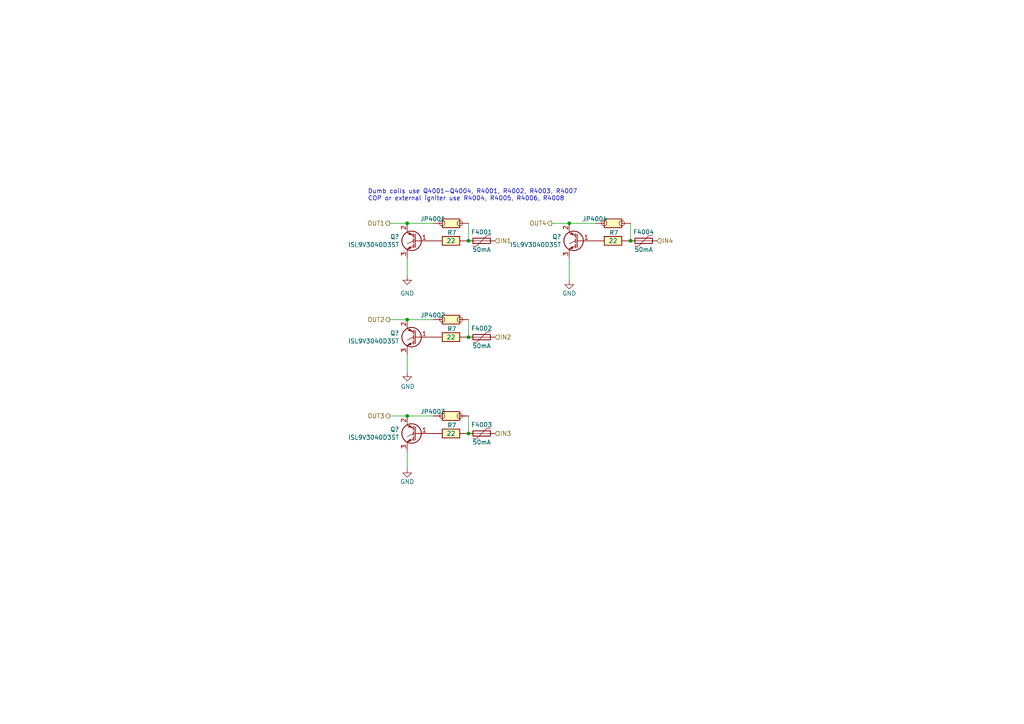
<source format=kicad_sch>
(kicad_sch (version 20231120) (generator "eeschema") (generator_version "8.0")
  (paper "A4")
  (title_block (title "UAEFI") (date "2024-08-15") (rev "D") (company "rusEFI.com"))
  (lib_symbols
    (symbol "Device:Polyfuse" (pin_numbers hide) (pin_names (offset 0))
      (property "Reference" "F" (at -2.54 0 90))
      (property "Value" "Polyfuse" (at 2.54 0 90))
      (symbol "Polyfuse_0_1"
        (rectangle (start -0.762 2.54) (end 0.762 -2.54) (stroke (width 0.254)))
        (polyline (pts (xy 0 2.54) (xy 0 -2.54)))
        (polyline (pts (xy -1.524 2.54) (xy -1.524 1.524) (xy 1.524 -1.524) (xy 1.524 -2.54)))
      )
      (symbol "Polyfuse_1_1"
        (pin passive line (at 0 3.81 270) (length 1.27) (name "~") (number "1"))
        (pin passive line (at 0 -3.81 90) (length 1.27) (name "~") (number "2"))
      )
    )
    (symbol "Device:Q_NIGBT_GCE" (pin_names (offset 0) hide)
      (property "Reference" "Q" (at 5.08 1.27 0))
      (property "Value" "Q_NIGBT_GCE" (at 5.08 -1.27 0))
      (symbol "Q_NIGBT_GCE_0_1"
        (polyline (pts (xy 0.762 -1.016) (xy 0.762 -2.032)) (stroke (width 0.254)))
        (polyline (pts (xy 0.762 0.508) (xy 0.762 -0.508)) (stroke (width 0.254)))
        (polyline (pts (xy 0.762 2.032) (xy 0.762 1.016)) (stroke (width 0.254)))
        (polyline (pts (xy 2.54 -2.413) (xy 0.762 -1.524)))
        (polyline (pts (xy 2.54 -0.889) (xy 0.762 0)))
        (polyline (pts (xy 2.54 2.413) (xy 0.762 1.524)))
        (polyline (pts (xy 0.254 1.905) (xy 0.254 -1.905) (xy 0.254 -1.905)) (stroke (width 0.254)))
        (polyline (pts (xy 1.397 -2.159) (xy 1.651 -1.651) (xy 2.54 -2.413) (xy 1.397 -2.159)) (fill (type outline)))
        (polyline (pts (xy 2.159 1.905) (xy 1.905 2.413) (xy 1.016 1.651) (xy 2.159 1.905)) (fill (type outline)))
        (circle (center 1.27 0) (radius 2.8194) (stroke (width 0.254)))
      )
      (symbol "Q_NIGBT_GCE_1_1"
        (pin input line (at -5.08 0 0) (length 5.334) (name "G") (number "1"))
        (pin passive line (at 2.54 5.08 270) (length 2.54) (name "C") (number "2"))
        (pin passive line (at 2.54 -5.08 90) (length 2.54) (name "E") (number "3"))
      )
    )
    (symbol "hellen-one-common:Jumper-Pad-Pad" (pin_numbers hide) (pin_names (offset 0.762) hide)
      (property "Reference" "R" (at 0 2.54 0))
      (symbol "Jumper-Pad-Pad_0_1"
        (circle (center -2.54 0) (radius 0.762))
        (circle (center 2.54 0) (radius 0.762))
        (pin passive line (at -5.08 0 0) (length 2.54) (name "1") (number "1"))
        (pin passive line (at 5.08 0 180) (length 2.54) (name "2") (number "2"))
      )
      (symbol "Jumper-Pad-Pad_1_0"
        (rectangle (start -2.54 -1.27) (end 2.54 1.27) (stroke (width 0.254)) (fill (type background)))
      )
    )
    (symbol "hellen-one-common:Res" (pin_numbers hide)
      (property "Reference" "R" (at 3.81 2.54 0))
      (property "Value" "Res" (at 5.08 -2.54 0))
      (symbol "Res_1_0"
        (rectangle (start 2.54 -1.27) (end 7.62 1.27) (stroke (width 0.254)) (fill (type background)))
        (pin passive line (at 0 0 0) (length 2.54) (name "") (number "1"))
        (pin passive line (at 10.16 0 180) (length 2.54) (name "") (number "2"))
      )
    )
    (symbol "power:GND" (power) (pin_numbers hide) (pin_names (offset 0) hide)
      (property "Value" "GND" (at 0 -3.81 0))
      (symbol "GND_0_1"
        (polyline (pts (xy 0 0) (xy 0 -1.27) (xy 1.27 -1.27) (xy 0 -2.54) (xy -1.27 -1.27) (xy 0 -1.27)))
      )
      (symbol "GND_1_1"
        (pin power_in line (at 0 0 270) (length 0) (name "~") (number "1"))
      )
    )
  )
  (junction (at 118.11 64.77))
  (junction (at 118.11 120.65))
  (junction (at 135.89 69.85))
  (junction (at 118.11 92.71))
  (junction (at 135.89 97.79))
  (junction (at 165.1 64.77))
  (junction (at 182.88 69.85))
  (junction (at 135.89 125.73))
  (wire (pts (xy 182.88 64.77) (xy 182.88 69.85)))
  (wire (pts (xy 160.02 64.77) (xy 165.1 64.77)))
  (wire (pts (xy 118.11 102.87) (xy 118.11 107.95)))
  (wire (pts (xy 113.03 120.65) (xy 118.11 120.65)))
  (wire (pts (xy 118.11 74.93) (xy 118.11 80.01)))
  (wire (pts (xy 165.1 74.93) (xy 165.1 81.28)))
  (wire (pts (xy 135.89 92.71) (xy 135.89 97.79)))
  (wire (pts (xy 165.1 64.77) (xy 172.72 64.77)))
  (wire (pts (xy 135.89 120.65) (xy 135.89 125.73)))
  (wire (pts (xy 118.11 120.65) (xy 125.73 120.65)))
  (wire (pts (xy 113.03 64.77) (xy 118.11 64.77)))
  (wire (pts (xy 118.11 92.71) (xy 125.73 92.71)))
  (wire (pts (xy 118.11 130.81) (xy 118.11 135.89)))
  (wire (pts (xy 118.11 64.77) (xy 125.73 64.77)))
  (wire (pts (xy 113.03 92.71) (xy 118.11 92.71)))
  (wire (pts (xy 135.89 64.77) (xy 135.89 69.85)))
  (text "Dumb coils use Q4001-Q4004, R4001, R4002, R4003, R4007\nCOP or external igniter use R4004, R4005, R4006, R4008\n" (at 106.68 58.42 0) (effects (font (size 1.27 1.27)) (justify left bottom)))
  (hierarchical_label "OUT1" (shape output) (at 113.03 64.77 180))
  (hierarchical_label "OUT3" (shape output) (at 113.03 120.65 180))
  (hierarchical_label "IN2" (shape input) (at 143.51 97.79 0))
  (hierarchical_label "OUT2" (shape output) (at 113.03 92.71 180))
  (hierarchical_label "IN3" (shape input) (at 143.51 125.73 0))
  (hierarchical_label "IN1" (shape input) (at 143.51 69.85 0))
  (hierarchical_label "OUT4" (shape output) (at 160.02 64.77 180))
  (hierarchical_label "IN4" (shape input) (at 190.5 69.85 0))
  (symbol (lib_id "Device:Q_NIGBT_GCE") (at 120.65 125.73 0) (mirror y) (unit 1)
    (property "Reference" "Q?" (at 115.7986 124.5616 0) (effects (justify left)))
    (property "Value" "ISL9V3040D3ST" (at 115.7986 126.873 0) (effects (justify left)))
    (property "Footprint" "Package_TO_SOT_SMD:TO-252-2" (effects (hide yes)))
    (instances (project "hellen-hyundai-pb-154" (path "" (reference "Q?") (unit 1)) (path "" (reference "Q?") (unit 1))) (project "DUMB_COILS4" (path "" (reference "Q?") (unit 1))) (project "hellen-hyundai-pb-154" (path "" (reference "Q4003") (unit 1))) (project "uaefi" (path "" (reference "Q9") (unit 1))) (project "ign_quad" (path "" (reference "Q?") (unit 1))))
  )
  (symbol (lib_id "hellen-one-common:Res") (at 125.73 69.85 0) (mirror x) (unit 1)
    (property "Reference" "R7" (at 131.052 67.5018 0))
    (property "Value" "22" (at 130.81 69.85 0))
    (property "Footprint" "hellen-one-common:R0603" (effects (hide yes)))
    (property "LCSC" "C23345" (effects (hide yes)))
    (instances (project "proteus81harley" (path "" (reference "R7") (unit 1))) (project "proteus81harley" (path "" (reference "R4001") (unit 1))) (project "uaefi" (path "" (reference "R17") (unit 1))))
  )
  (symbol (lib_id "hellen-one-common:Res") (at 125.73 97.79 0) (mirror x) (unit 1)
    (property "Reference" "R7" (at 131.052 95.4418 0))
    (property "Value" "22" (at 130.81 97.79 0))
    (property "Footprint" "hellen-one-common:R0603" (effects (hide yes)))
    (property "LCSC" "C23345" (effects (hide yes)))
    (instances (project "proteus81harley" (path "" (reference "R7") (unit 1))) (project "proteus81harley" (path "" (reference "R4002") (unit 1))) (project "uaefi" (path "" (reference "R18") (unit 1))))
  )
  (symbol (lib_id "power:GND") (at 118.11 135.89 0) (unit 1)
    (property "Reference" "#PWR?" (effects (hide yes)))
    (property "Value" "GND" (at 118.11 139.7 0))
    (property "Description" "Power symbol creates a global label with name \"GND\" , ground" (effects (hide yes)))
    (instances (project "hellen-hyundai-pb-154" (path "" (reference "#PWR?") (unit 1)) (path "" (reference "#PWR?") (unit 1))) (project "DUMB_COILS4" (path "" (reference "#PWR?") (unit 1))) (project "hellen-hyundai-pb-154" (path "" (reference "#PWR04003") (unit 1))) (project "uaefi" (path "" (reference "#PWR0101") (unit 1))) (project "ign_quad" (path "" (reference "#PWR?") (unit 1))))
  )
  (symbol (lib_id "Device:Q_NIGBT_GCE") (at 120.65 69.85 0) (mirror y) (unit 1)
    (property "Reference" "Q?" (at 115.7986 68.6816 0) (effects (justify left)))
    (property "Value" "ISL9V3040D3ST" (at 115.7986 70.993 0) (effects (justify left)))
    (property "Footprint" "Package_TO_SOT_SMD:TO-252-2" (effects (hide yes)))
    (instances (project "hellen-hyundai-pb-154" (path "" (reference "Q?") (unit 1)) (path "" (reference "Q?") (unit 1))) (project "DUMB_COILS4" (path "" (reference "Q?") (unit 1))) (project "hellen-hyundai-pb-154" (path "" (reference "Q4001") (unit 1))) (project "uaefi" (path "" (reference "Q7") (unit 1))) (project "ign_quad" (path "" (reference "Q?") (unit 1))))
  )
  (symbol (lib_id "hellen-one-common:Res") (at 125.73 125.73 0) (mirror x) (unit 1)
    (property "Reference" "R7" (at 131.052 123.3818 0))
    (property "Value" "22" (at 130.81 125.73 0))
    (property "Footprint" "hellen-one-common:R0603" (effects (hide yes)))
    (property "LCSC" "C23345" (effects (hide yes)))
    (instances (project "proteus81harley" (path "" (reference "R7") (unit 1))) (project "proteus81harley" (path "" (reference "R4003") (unit 1))) (project "uaefi" (path "" (reference "R19") (unit 1))))
  )
  (symbol (lib_id "Device:Q_NIGBT_GCE") (at 120.65 97.79 0) (mirror y) (unit 1)
    (property "Reference" "Q?" (at 115.7986 96.6216 0) (effects (justify left)))
    (property "Value" "ISL9V3040D3ST" (at 115.7986 98.933 0) (effects (justify left)))
    (property "Footprint" "Package_TO_SOT_SMD:TO-252-2" (effects (hide yes)))
    (instances (project "hellen-hyundai-pb-154" (path "" (reference "Q?") (unit 1)) (path "" (reference "Q?") (unit 1))) (project "DUMB_COILS4" (path "" (reference "Q?") (unit 1))) (project "hellen-hyundai-pb-154" (path "" (reference "Q4002") (unit 1))) (project "uaefi" (path "" (reference "Q8") (unit 1))) (project "ign_quad" (path "" (reference "Q?") (unit 1))))
  )
  (symbol (lib_id "Device:Polyfuse") (at 139.7 69.85 90) (unit 1)
    (property "Reference" "F4001" (at 139.7 67.31 90))
    (property "Value" "50mA" (at 139.7 72.39 90))
    (property "Footprint" "Fuse:Fuse_0603_1608Metric" (effects (hide yes)))
    (property "LCSC" "C369141" (effects (hide yes)))
    (instances (project "uaefi" (path "" (reference "F4001") (unit 1))) (project "uaefi" (path "" (reference "F6") (unit 1))))
  )
  (symbol (lib_id "Device:Q_NIGBT_GCE") (at 167.64 69.85 0) (mirror y) (unit 1)
    (property "Reference" "Q?" (at 162.7886 68.6816 0) (effects (justify left)))
    (property "Value" "ISL9V3040D3ST" (at 162.7886 70.993 0) (effects (justify left)))
    (property "Footprint" "Package_TO_SOT_SMD:TO-252-2" (effects (hide yes)))
    (instances (project "hellen-hyundai-pb-154" (path "" (reference "Q?") (unit 1)) (path "" (reference "Q?") (unit 1))) (project "DUMB_COILS4" (path "" (reference "Q?") (unit 1))) (project "hellen-hyundai-pb-154" (path "" (reference "Q4004") (unit 1))) (project "uaefi" (path "" (reference "Q10") (unit 1))) (project "ign_quad" (path "" (reference "Q?") (unit 1))))
  )
  (symbol (lib_id "hellen-one-common:Jumper-Pad-Pad") (at 130.81 92.71 0) (mirror x) (unit 1)
    (property "Reference" "JP4002" (at 121.92 91.44 0) (effects (justify left)))
    (property "Value" "Jumper_2_Open" (effects (hide yes)))
    (property "Footprint" "hellen-one-common:PAD-0805-PAD" (effects (hide yes)))
    (property "LCSC" "C17477" (effects (hide yes)))
  )
  (symbol (lib_id "hellen-one-common:Jumper-Pad-Pad") (at 130.81 120.65 0) (mirror x) (unit 1)
    (property "Reference" "JP4003" (at 121.92 119.38 0) (effects (justify left)))
    (property "Value" "Jumper_2_Open" (effects (hide yes)))
    (property "Footprint" "hellen-one-common:PAD-0805-PAD" (effects (hide yes)))
    (property "LCSC" "C17477" (effects (hide yes)))
  )
  (symbol (lib_id "Device:Polyfuse") (at 139.7 97.79 90) (unit 1)
    (property "Reference" "F4002" (at 139.7 95.25 90))
    (property "Value" "50mA" (at 139.7 100.33 90))
    (property "Footprint" "Fuse:Fuse_0603_1608Metric" (effects (hide yes)))
    (property "LCSC" "C369141" (effects (hide yes)))
    (instances (project "uaefi" (path "" (reference "F4002") (unit 1))) (project "uaefi" (path "" (reference "F5") (unit 1))))
  )
  (symbol (lib_id "power:GND") (at 118.11 80.01 0) (unit 1)
    (property "Reference" "#PWR04001" (effects (hide yes)))
    (property "Value" "GND" (at 118.11 85.09 0))
    (property "Description" "Power symbol creates a global label with name \"GND\" , ground" (effects (hide yes)))
  )
  (symbol (lib_id "hellen-one-common:Jumper-Pad-Pad") (at 177.8 64.77 0) (mirror x) (unit 1)
    (property "Reference" "JP4004" (at 168.91 63.5 0) (effects (justify left)))
    (property "Value" "Jumper_2_Open" (effects (hide yes)))
    (property "Footprint" "hellen-one-common:PAD-0805-PAD" (effects (hide yes)))
    (property "LCSC" "C17477" (effects (hide yes)))
  )
  (symbol (lib_id "power:GND") (at 165.1 81.28 0) (unit 1)
    (property "Reference" "#PWR?" (effects (hide yes)))
    (property "Value" "GND" (at 165.1 85.09 0))
    (property "Description" "Power symbol creates a global label with name \"GND\" , ground" (effects (hide yes)))
    (instances (project "hellen-hyundai-pb-154" (path "" (reference "#PWR?") (unit 1)) (path "" (reference "#PWR?") (unit 1))) (project "DUMB_COILS4" (path "" (reference "#PWR?") (unit 1))) (project "hellen-hyundai-pb-154" (path "" (reference "#PWR04004") (unit 1))) (project "uaefi" (path "" (reference "#PWR0102") (unit 1))) (project "ign_quad" (path "" (reference "#PWR?") (unit 1))))
  )
  (symbol (lib_id "hellen-one-common:Res") (at 172.72 69.85 0) (mirror x) (unit 1)
    (property "Reference" "R7" (at 178.042 67.5018 0))
    (property "Value" "22" (at 177.8 69.85 0))
    (property "Footprint" "hellen-one-common:R0603" (effects (hide yes)))
    (property "LCSC" "C23345" (effects (hide yes)))
    (instances (project "proteus81harley" (path "" (reference "R7") (unit 1))) (project "proteus81harley" (path "" (reference "R4004") (unit 1))) (project "uaefi" (path "" (reference "R23") (unit 1))))
  )
  (symbol (lib_id "power:GND") (at 118.11 107.95 0) (unit 1)
    (property "Reference" "#PWR?" (effects (hide yes)))
    (property "Value" "GND" (at 118.2594 112.121 0))
    (property "Description" "Power symbol creates a global label with name \"GND\" , ground" (effects (hide yes)))
    (instances (project "hellen-hyundai-pb-154" (path "" (reference "#PWR?") (unit 1)) (path "" (reference "#PWR?") (unit 1))) (project "DUMB_COILS4" (path "" (reference "#PWR?") (unit 1))) (project "hellen-hyundai-pb-154" (path "" (reference "#PWR04002") (unit 1))) (project "uaefi" (path "" (reference "#PWR0100") (unit 1))) (project "ign_quad" (path "" (reference "#PWR?") (unit 1))))
  )
  (symbol (lib_id "Device:Polyfuse") (at 186.69 69.85 90) (unit 1)
    (property "Reference" "F4004" (at 186.69 67.31 90))
    (property "Value" "50mA" (at 186.69 72.39 90))
    (property "Footprint" "Fuse:Fuse_0603_1608Metric" (effects (hide yes)))
    (property "LCSC" "C369141" (effects (hide yes)))
    (instances (project "uaefi" (path "" (reference "F4004") (unit 1))) (project "uaefi" (path "" (reference "F8") (unit 1))))
  )
  (symbol (lib_id "hellen-one-common:Jumper-Pad-Pad") (at 130.81 64.77 0) (mirror x) (unit 1)
    (property "Reference" "JP4001" (at 121.92 63.5 0) (effects (justify left)))
    (property "Value" "Jumper_2_Open" (effects (hide yes)))
    (property "Footprint" "hellen-one-common:PAD-0805-PAD" (effects (hide yes)))
    (property "LCSC" "C17477" (effects (hide yes)))
  )
  (symbol (lib_id "Device:Polyfuse") (at 139.7 125.73 90) (unit 1)
    (property "Reference" "F4003" (at 139.7 123.19 90))
    (property "Value" "50mA" (at 139.7 128.27 90))
    (property "Footprint" "Fuse:Fuse_0603_1608Metric" (effects (hide yes)))
    (property "LCSC" "C369141" (effects (hide yes)))
    (instances (project "uaefi" (path "" (reference "F4003") (unit 1))) (project "uaefi" (path "" (reference "F7") (unit 1))))
  )
)
</source>
